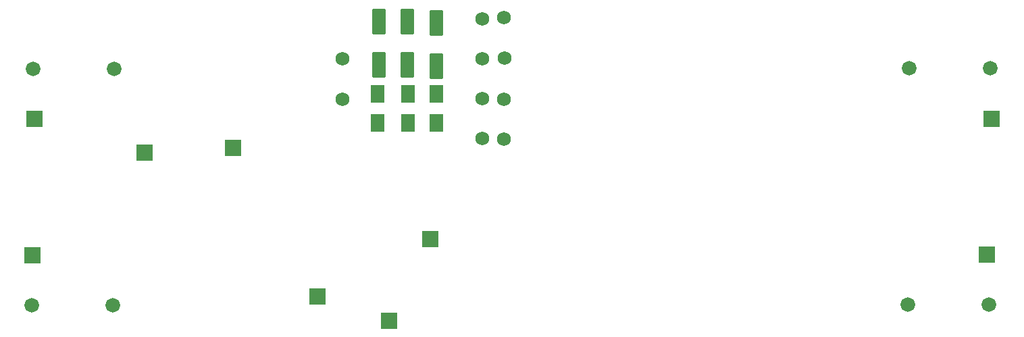
<source format=gbr>
%TF.GenerationSoftware,KiCad,Pcbnew,9.0.5*%
%TF.CreationDate,2025-10-30T21:43:39-07:00*%
%TF.ProjectId,Flyback_CCM_Converter,466c7962-6163-46b5-9f43-434d5f436f6e,rev?*%
%TF.SameCoordinates,Original*%
%TF.FileFunction,Soldermask,Bot*%
%TF.FilePolarity,Negative*%
%FSLAX46Y46*%
G04 Gerber Fmt 4.6, Leading zero omitted, Abs format (unit mm)*
G04 Created by KiCad (PCBNEW 9.0.5) date 2025-10-30 21:43:39*
%MOMM*%
%LPD*%
G01*
G04 APERTURE LIST*
G04 Aperture macros list*
%AMRoundRect*
0 Rectangle with rounded corners*
0 $1 Rounding radius*
0 $2 $3 $4 $5 $6 $7 $8 $9 X,Y pos of 4 corners*
0 Add a 4 corners polygon primitive as box body*
4,1,4,$2,$3,$4,$5,$6,$7,$8,$9,$2,$3,0*
0 Add four circle primitives for the rounded corners*
1,1,$1+$1,$2,$3*
1,1,$1+$1,$4,$5*
1,1,$1+$1,$6,$7*
1,1,$1+$1,$8,$9*
0 Add four rect primitives between the rounded corners*
20,1,$1+$1,$2,$3,$4,$5,0*
20,1,$1+$1,$4,$5,$6,$7,0*
20,1,$1+$1,$6,$7,$8,$9,0*
20,1,$1+$1,$8,$9,$2,$3,0*%
G04 Aperture macros list end*
%ADD10R,2.000000X2.000000*%
%ADD11C,1.750000*%
%ADD12C,1.828800*%
%ADD13R,1.651000X2.184400*%
%ADD14RoundRect,0.250000X0.600000X-1.400000X0.600000X1.400000X-0.600000X1.400000X-0.600000X-1.400000X0*%
G04 APERTURE END LIST*
D10*
%TO.C,TP9*%
X151600000Y-133500000D03*
%TD*%
%TO.C,TP6*%
X142637500Y-130400000D03*
%TD*%
%TO.C,TP7*%
X156800000Y-123200000D03*
%TD*%
D11*
%TO.C,T1*%
X145800000Y-100600000D03*
X145800000Y-105680000D03*
X163300000Y-105600000D03*
X166040000Y-105670000D03*
X163300000Y-100600000D03*
X166090000Y-100580000D03*
X163300000Y-110600000D03*
X166070000Y-110730000D03*
X163300000Y-95600000D03*
X166070000Y-95500000D03*
%TD*%
D10*
%TO.C,TP4*%
X226600000Y-125200000D03*
%TD*%
D12*
%TO.C,J4*%
X226800000Y-131400000D03*
X216640000Y-131400000D03*
%TD*%
D10*
%TO.C,TP8*%
X132100000Y-111800000D03*
%TD*%
D12*
%TO.C,+5V1*%
X227000000Y-101800000D03*
X216840000Y-101800000D03*
%TD*%
D10*
%TO.C,TP1*%
X107200000Y-108200000D03*
%TD*%
D12*
%TO.C,+12*%
X107043900Y-101885700D03*
X117203900Y-101885700D03*
%TD*%
D10*
%TO.C,TP3*%
X227200000Y-108200000D03*
%TD*%
D12*
%TO.C,J3*%
X106843900Y-131485700D03*
X117003900Y-131485700D03*
%TD*%
D10*
%TO.C,TP5*%
X121000000Y-112400000D03*
%TD*%
%TO.C,TP2*%
X106962500Y-125285700D03*
%TD*%
D13*
%TO.C,CR3*%
X154000000Y-105000000D03*
X154000000Y-108708400D03*
%TD*%
D14*
%TO.C,D3*%
X150340000Y-101426600D03*
X150340000Y-95926600D03*
%TD*%
%TO.C,D2*%
X153940000Y-101426600D03*
X153940000Y-95926600D03*
%TD*%
%TO.C,D1*%
X157540000Y-101595000D03*
X157540000Y-96095000D03*
%TD*%
D13*
%TO.C,CR2*%
X157600000Y-105000000D03*
X157600000Y-108708400D03*
%TD*%
%TO.C,CR4*%
X150200000Y-105000000D03*
X150200000Y-108708400D03*
%TD*%
M02*

</source>
